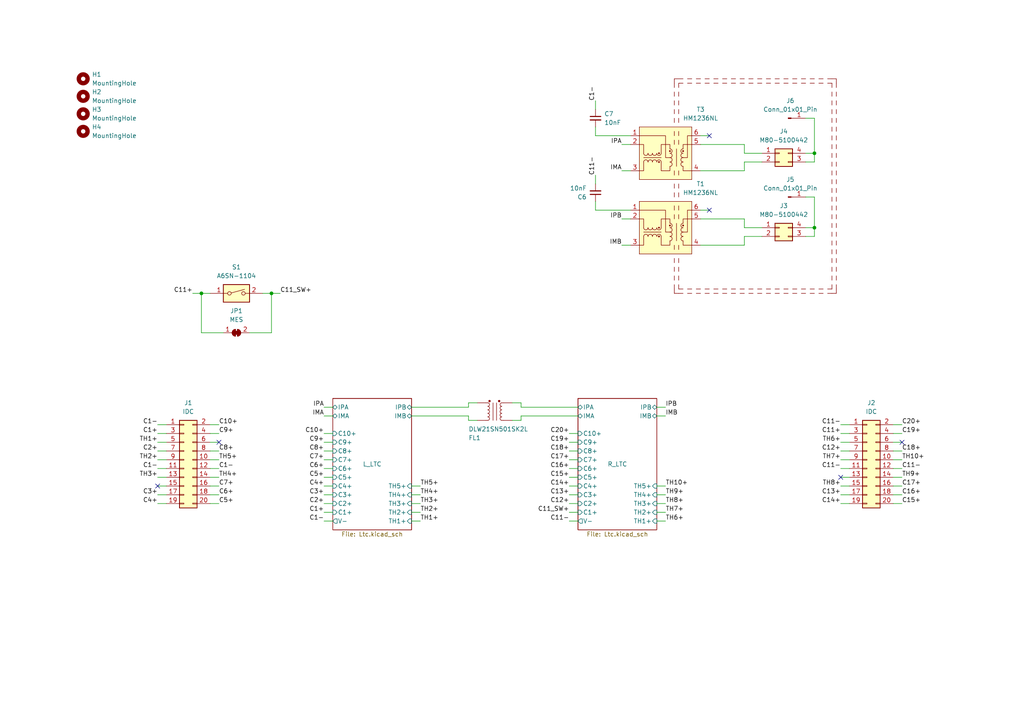
<source format=kicad_sch>
(kicad_sch (version 20230121) (generator eeschema)
  (paper "A4")
  (lib_symbols
    (symbol "Connector:Conn_01x01_Pin" (pin_names (offset 1.016) hide)
      (property "Reference" "J" (at 0 2.54 0))
      (property "Value" "Conn_01x01_Pin" (at 0 -2.54 0))
      (symbol "Conn_01x01_Pin_1_1"
        (polyline (pts (xy 1.27 0) (xy 0.8636 0)) (stroke (width 0.1524)))
        (rectangle (start 0.8636 0.127) (end 0 -0.127) (stroke (width 0.1524)) (fill (type outline)))
        (pin passive line (at 5.08 0 180) (length 3.81) (name "Pin_1") (number "1"))
      )
    )
    (symbol "Connector_Generic:Conn_02x10_Odd_Even" (pin_names (offset 1.016) hide)
      (property "Reference" "J" (at 1.27 12.7 0))
      (property "Value" "Conn_02x10_Odd_Even" (at 1.27 -15.24 0))
      (symbol "Conn_02x10_Odd_Even_1_1"
        (rectangle (start -1.27 -12.573) (end 0 -12.827) (stroke (width 0.1524)))
        (rectangle (start -1.27 -10.033) (end 0 -10.287) (stroke (width 0.1524)))
        (rectangle (start -1.27 -7.493) (end 0 -7.747) (stroke (width 0.1524)))
        (rectangle (start -1.27 -4.953) (end 0 -5.207) (stroke (width 0.1524)))
        (rectangle (start -1.27 -2.413) (end 0 -2.667) (stroke (width 0.1524)))
        (rectangle (start -1.27 0.127) (end 0 -0.127) (stroke (width 0.1524)))
        (rectangle (start -1.27 2.667) (end 0 2.413) (stroke (width 0.1524)))
        (rectangle (start -1.27 5.207) (end 0 4.953) (stroke (width 0.1524)))
        (rectangle (start -1.27 7.747) (end 0 7.493) (stroke (width 0.1524)))
        (rectangle (start -1.27 10.287) (end 0 10.033) (stroke (width 0.1524)))
        (rectangle (start -1.27 11.43) (end 3.81 -13.97) (stroke (width 0.254)) (fill (type background)))
        (rectangle (start 3.81 -12.573) (end 2.54 -12.827) (stroke (width 0.1524)))
        (rectangle (start 3.81 -10.033) (end 2.54 -10.287) (stroke (width 0.1524)))
        (rectangle (start 3.81 -7.493) (end 2.54 -7.747) (stroke (width 0.1524)))
        (rectangle (start 3.81 -4.953) (end 2.54 -5.207) (stroke (width 0.1524)))
        (rectangle (start 3.81 -2.413) (end 2.54 -2.667) (stroke (width 0.1524)))
        (rectangle (start 3.81 0.127) (end 2.54 -0.127) (stroke (width 0.1524)))
        (rectangle (start 3.81 2.667) (end 2.54 2.413) (stroke (width 0.1524)))
        (rectangle (start 3.81 5.207) (end 2.54 4.953) (stroke (width 0.1524)))
        (rectangle (start 3.81 7.747) (end 2.54 7.493) (stroke (width 0.1524)))
        (rectangle (start 3.81 10.287) (end 2.54 10.033) (stroke (width 0.1524)))
        (pin passive line (at -5.08 10.16 0) (length 3.81) (name "Pin_1") (number "1"))
        (pin passive line (at 7.62 0 180) (length 3.81) (name "Pin_10") (number "10"))
        (pin passive line (at -5.08 -2.54 0) (length 3.81) (name "Pin_11") (number "11"))
        (pin passive line (at 7.62 -2.54 180) (length 3.81) (name "Pin_12") (number "12"))
        (pin passive line (at -5.08 -5.08 0) (length 3.81) (name "Pin_13") (number "13"))
        (pin passive line (at 7.62 -5.08 180) (length 3.81) (name "Pin_14") (number "14"))
        (pin passive line (at -5.08 -7.62 0) (length 3.81) (name "Pin_15") (number "15"))
        (pin passive line (at 7.62 -7.62 180) (length 3.81) (name "Pin_16") (number "16"))
        (pin passive line (at -5.08 -10.16 0) (length 3.81) (name "Pin_17") (number "17"))
        (pin passive line (at 7.62 -10.16 180) (length 3.81) (name "Pin_18") (number "18"))
        (pin passive line (at -5.08 -12.7 0) (length 3.81) (name "Pin_19") (number "19"))
        (pin passive line (at 7.62 10.16 180) (length 3.81) (name "Pin_2") (number "2"))
        (pin passive line (at 7.62 -12.7 180) (length 3.81) (name "Pin_20") (number "20"))
        (pin passive line (at -5.08 7.62 0) (length 3.81) (name "Pin_3") (number "3"))
        (pin passive line (at 7.62 7.62 180) (length 3.81) (name "Pin_4") (number "4"))
        (pin passive line (at -5.08 5.08 0) (length 3.81) (name "Pin_5") (number "5"))
        (pin passive line (at 7.62 5.08 180) (length 3.81) (name "Pin_6") (number "6"))
        (pin passive line (at -5.08 2.54 0) (length 3.81) (name "Pin_7") (number "7"))
        (pin passive line (at 7.62 2.54 180) (length 3.81) (name "Pin_8") (number "8"))
        (pin passive line (at -5.08 0 0) (length 3.81) (name "Pin_9") (number "9"))
      )
    )
    (symbol "Device:C_Small" (pin_numbers hide) (pin_names (offset 0.254) hide)
      (property "Reference" "C" (at 0.254 1.778 0))
      (property "Value" "C_Small" (at 0.254 -2.032 0))
      (symbol "C_Small_0_1"
        (polyline (pts (xy -1.524 -0.508) (xy 1.524 -0.508)) (stroke (width 0.3302)))
        (polyline (pts (xy -1.524 0.508) (xy 1.524 0.508)) (stroke (width 0.3048)))
      )
      (symbol "C_Small_1_1"
        (pin passive line (at 0 2.54 270) (length 2.032) (name "~") (number "1"))
        (pin passive line (at 0 -2.54 90) (length 2.032) (name "~") (number "2"))
      )
    )
    (symbol "Jumper:SolderJumper_2_Bridged" (pin_names (offset 0) hide)
      (property "Reference" "JP" (at 0 2.032 0))
      (property "Value" "SolderJumper_2_Bridged" (at 0 -2.54 0))
      (symbol "SolderJumper_2_Bridged_0_1"
        (rectangle (start -0.508 0.508) (end 0.508 -0.508) (fill (type outline)))
        (arc (start -0.254 1.016) (mid -1.2656 0) (end -0.254 -1.016))
        (arc (start -0.254 1.016) (mid -1.2656 0) (end -0.254 -1.016) (fill (type outline)))
        (polyline (pts (xy -0.254 1.016) (xy -0.254 -1.016)))
        (polyline (pts (xy 0.254 1.016) (xy 0.254 -1.016)))
        (arc (start 0.254 -1.016) (mid 1.2656 0) (end 0.254 1.016))
        (arc (start 0.254 -1.016) (mid 1.2656 0) (end 0.254 1.016) (fill (type outline)))
      )
      (symbol "SolderJumper_2_Bridged_1_1"
        (pin passive line (at -3.81 0 0) (length 2.54) (name "A") (number "1"))
        (pin passive line (at 3.81 0 180) (length 2.54) (name "B") (number "2"))
      )
    )
    (symbol "M80-5100442_1" (pin_names (offset 0.762) hide)
      (property "Reference" "J3" (at 1.27 -7.62 0))
      (property "Value" "M80-5100442" (at 1.27 -5.08 0))
      (symbol "M80-5100442_1_1_1"
        (rectangle (start -1.27 -2.54) (end 3.81 2.54) (stroke (width 0.254)) (fill (type background)))
        (rectangle (start 0 -1.397) (end -1.27 -1.143) (stroke (width 0.1524)))
        (rectangle (start 0 1.143) (end -1.27 1.397) (stroke (width 0.1524)))
        (rectangle (start 2.54 -1.397) (end 3.81 -1.143) (stroke (width 0.1524)))
        (rectangle (start 2.54 1.143) (end 3.81 1.397) (stroke (width 0.1524)))
        (pin passive line (at 7.62 -1.27 180) (length 3.81) (name "Pin_1") (number "1"))
        (pin passive line (at 7.62 1.27 180) (length 3.81) (name "Pin_2") (number "2"))
        (pin passive line (at -5.08 1.27 0) (length 3.81) (name "Pin_3") (number "3"))
        (pin passive line (at -5.08 -1.27 0) (length 3.81) (name "Pin_4") (number "4"))
      )
    )
    (symbol "Mechanical:MountingHole" (pin_names (offset 1.016))
      (property "Reference" "H" (at 0 5.08 0))
      (property "Value" "MountingHole" (at 0 3.175 0))
      (symbol "MountingHole_0_1"
        (circle (center 0 0) (radius 1.27) (stroke (width 1.27)))
      )
    )
    (symbol "a6sn-1104:A6SN-1104" (pin_names (offset 0.762))
      (property "Reference" "S" (at 0 3.81 0))
      (property "Value" "A6SN-1104" (at 0 -3.81 0))
      (symbol "A6SN-1104_0_0"
        (circle (center -2.032 0) (radius 0.508))
        (polyline (pts (xy -1.524 0.127) (xy 2.3622 1.1684)))
        (circle (center 2.032 0) (radius 0.508))
      )
      (symbol "A6SN-1104_0_1"
        (rectangle (start -3.81 2.54) (end 3.81 -2.54) (stroke (width 0.254)) (fill (type background)))
      )
      (symbol "A6SN-1104_1_1"
        (pin passive line (at -7.62 0 0) (length 5.08) (name "~") (number "1"))
        (pin passive line (at 7.62 0 180) (length 5.08) (name "~") (number "2"))
      )
    )
    (symbol "dlw21sn501sk2l:DLW21SN501SK2L" (pin_numbers hide) (pin_names (offset 0.762) hide)
      (property "Reference" "FL1" (at 12.7 6.35 90))
      (property "Value" "DLW21SN501SK2L" (at 10.16 6.35 90))
      (symbol "DLW21SN501SK2L_0_1"
        (circle (center -3.048 -1.27) (radius 0.254) (fill (type outline)))
        (circle (center -3.048 1.524) (radius 0.254) (fill (type outline)))
        (arc (start -2.54 2.032) (mid -2.032 1.5262) (end -1.524 2.032))
        (arc (start -1.524 -2.032) (mid -2.032 -1.5262) (end -2.54 -2.032))
        (arc (start -1.524 2.032) (mid -1.016 1.5262) (end -0.508 2.032))
        (arc (start -0.508 -2.032) (mid -1.016 -1.5262) (end -1.524 -2.032))
        (arc (start -0.508 2.032) (mid 0 1.5262) (end 0.508 2.032))
        (polyline (pts (xy -2.54 -2.032) (xy -2.54 -2.54)))
        (polyline (pts (xy -2.54 0.508) (xy 2.54 0.508)))
        (polyline (pts (xy -2.54 2.032) (xy -2.54 2.54)))
        (polyline (pts (xy 2.54 -2.032) (xy 2.54 -2.54)))
        (polyline (pts (xy 2.54 -0.508) (xy -2.54 -0.508)))
        (polyline (pts (xy 2.54 2.54) (xy 2.54 2.032)))
        (arc (start 0.508 -2.032) (mid 0 -1.5262) (end -0.508 -2.032))
        (arc (start 0.508 2.032) (mid 1.016 1.5262) (end 1.524 2.032))
        (arc (start 1.524 -2.032) (mid 1.016 -1.5262) (end 0.508 -2.032))
        (arc (start 1.524 2.032) (mid 2.032 1.5262) (end 2.54 2.032))
        (arc (start 2.54 -2.032) (mid 2.032 -1.5262) (end 1.524 -2.032))
      )
      (symbol "DLW21SN501SK2L_1_1"
        (pin passive line (at -2.54 -5.08 90) (length 2.54) (name "1") (number "1"))
        (pin passive line (at 2.54 -5.08 90) (length 2.54) (name "2") (number "2"))
        (pin passive line (at 2.54 5.08 270) (length 2.54) (name "3") (number "3"))
        (pin passive line (at -2.54 5.08 270) (length 2.54) (name "4") (number "4"))
      )
    )
    (symbol "hm1236nl:HM1236NL" (pin_names (offset 0.762))
      (property "Reference" "T" (at 26.67 7.62 0))
      (property "Value" "HM1236NL" (at 26.67 5.08 0))
      (symbol "HM1236NL_1_1"
        (arc (start -6.35 0) (mid -5.715 -0.6323) (end -5.08 0))
        (arc (start -5.08 -2.54) (mid -5.715 -1.9077) (end -6.35 -2.54))
        (arc (start -5.08 0) (mid -4.445 -0.6323) (end -3.81 0))
        (arc (start -3.81 -2.54) (mid -4.445 -1.9077) (end -5.08 -2.54))
        (arc (start -3.81 0) (mid -3.175 -0.6323) (end -2.54 0))
        (arc (start -2.54 -2.54) (mid -3.175 -1.9077) (end -3.81 -2.54))
        (arc (start -2.54 0) (mid -1.905 -0.6323) (end -1.27 0))
        (circle (center -1.905 -2.54) (radius 0.1778) (fill (type outline)))
        (circle (center -1.905 0) (radius 0.1778) (fill (type outline)))
        (arc (start -1.27 -2.54) (mid -1.905 -1.9077) (end -2.54 -2.54))
        (polyline (pts (xy -6.35 -5.08) (xy -6.35 -5.08)))
        (polyline (pts (xy -1.27 -1.27) (xy -6.35 -1.27)))
        (polyline (pts (xy 2.54 -5.08) (xy 2.54 -6.35)))
        (polyline (pts (xy 2.54 3.81) (xy 2.54 2.54)))
        (polyline (pts (xy 2.54 6.35) (xy 2.54 5.08)))
        (polyline (pts (xy 3.175 1.27) (xy 3.175 -3.81)))
        (polyline (pts (xy 3.81 -5.08) (xy 3.81 -6.35)))
        (polyline (pts (xy 3.81 3.81) (xy 3.81 2.54)))
        (polyline (pts (xy 3.81 6.35) (xy 3.81 5.08)))
        (polyline (pts (xy -7.62 -5.08) (xy -6.35 -5.08) (xy -6.35 -2.54)))
        (polyline (pts (xy -6.35 0) (xy -6.35 2.54) (xy -7.62 2.54)))
        (polyline (pts (xy 5.08 -3.81) (xy 5.08 -5.08) (xy 7.62 -5.08)))
        (polyline (pts (xy 5.08 1.27) (xy 5.08 2.54) (xy 7.62 2.54)))
        (polyline (pts (xy -7.62 5.08) (xy 0 5.08) (xy 0 -1.27) (xy 1.27 -1.27)))
        (polyline (pts (xy 1.27 -3.81) (xy 1.27 -5.08) (xy -1.27 -5.08) (xy -1.27 -2.54)))
        (polyline (pts (xy 1.27 1.27) (xy 1.27 2.54) (xy -1.27 2.54) (xy -1.27 0)))
        (polyline (pts (xy 7.62 5.08) (xy 6.35 5.08) (xy 6.35 -1.27) (xy 5.08 -1.27)))
        (polyline (pts (xy -7.62 7.62) (xy 7.62 7.62) (xy 7.62 -7.62) (xy -7.62 -7.62) (xy -7.62 7.62)) (stroke (width 0.1524)) (fill (type background)))
        (arc (start 1.27 -3.81) (mid 1.9023 -3.175) (end 1.27 -2.54))
        (arc (start 1.27 -2.54) (mid 1.9023 -1.905) (end 1.27 -1.27))
        (arc (start 1.27 -1.27) (mid 1.9023 -0.635) (end 1.27 0))
        (arc (start 1.27 0) (mid 1.9023 0.635) (end 1.27 1.27))
        (circle (center 1.27 0.635) (radius 0.1778) (fill (type outline)))
        (arc (start 5.08 -2.54) (mid 4.4477 -3.175) (end 5.08 -3.81))
        (arc (start 5.08 -1.27) (mid 4.4477 -1.905) (end 5.08 -2.54))
        (arc (start 5.08 0) (mid 4.4477 -0.635) (end 5.08 -1.27))
        (circle (center 5.08 0.635) (radius 0.1778) (fill (type outline)))
        (arc (start 5.08 1.27) (mid 4.4477 0.635) (end 5.08 0))
        (pin input line (at -10.16 5.08 0) (length 2.54) (name "~") (number "1"))
        (pin input line (at -10.16 2.54 0) (length 2.54) (name "~") (number "2"))
        (pin input line (at -10.16 -5.08 0) (length 2.54) (name "~") (number "3"))
        (pin input line (at 10.16 -5.08 180) (length 2.54) (name "~") (number "4"))
        (pin input line (at 10.16 2.54 180) (length 2.54) (name "~") (number "5"))
        (pin input line (at 10.16 5.08 180) (length 2.54) (name "~") (number "6"))
      )
    )
    (symbol "m80-5100442:M80-5100442" (pin_names (offset 0.762) hide)
      (property "Reference" "J4" (at 1.27 -7.62 0))
      (property "Value" "M80-5100442" (at 1.27 -5.08 0))
      (symbol "M80-5100442_1_1"
        (rectangle (start -1.27 -2.54) (end 3.81 2.54) (stroke (width 0.254)) (fill (type background)))
        (rectangle (start 0 -1.397) (end -1.27 -1.143) (stroke (width 0.1524)))
        (rectangle (start 0 1.143) (end -1.27 1.397) (stroke (width 0.1524)))
        (rectangle (start 2.54 -1.397) (end 3.81 -1.143) (stroke (width 0.1524)))
        (rectangle (start 2.54 1.143) (end 3.81 1.397) (stroke (width 0.1524)))
        (pin passive line (at 7.62 -1.27 180) (length 3.81) (name "Pin_1") (number "1"))
        (pin passive line (at 7.62 1.27 180) (length 3.81) (name "Pin_2") (number "2"))
        (pin passive line (at -5.08 1.27 0) (length 3.81) (name "Pin_3") (number "3"))
        (pin passive line (at -5.08 -1.27 0) (length 3.81) (name "Pin_4") (number "4"))
      )
    )
  )
  (junction (at 236.22 66.04))
  (junction (at 236.22 44.45))
  (junction (at 58.42 85.09))
  (junction (at 78.74 85.09))
  (no_connect (at 45.72 140.97))
  (no_connect (at 205.74 39.37))
  (no_connect (at 243.84 138.43))
  (no_connect (at 205.74 60.96))
  (no_connect (at 261.62 128.27))
  (no_connect (at 63.5 128.27))
  (wire (pts (xy 172.72 29.21) (xy 172.72 31.75)))
  (polyline (pts (xy 242.57 34.29) (xy 242.57 35.56)) (stroke (width 0) (color 132 0 0 1)))
  (polyline (pts (xy 241.3 62.23) (xy 241.3 63.5)) (stroke (width 0) (color 132 0 0 1)))
  (polyline (pts (xy 234.95 24.13) (xy 236.22 24.13)) (stroke (width 0) (color 132 0 0 1)))
  (polyline (pts (xy 224.79 24.13) (xy 226.06 24.13)) (stroke (width 0) (color 132 0 0 1)))
  (polyline (pts (xy 201.93 85.09) (xy 203.2 85.09)) (stroke (width 0) (color 132 0 0 1)))
  (polyline (pts (xy 195.58 26.67) (xy 195.58 27.94)) (stroke (width 0) (color 132 0 0 1)))
  (polyline (pts (xy 196.85 80.01) (xy 196.85 81.28)) (stroke (width 0) (color 132 0 0 1)))
  (polyline (pts (xy 242.57 52.07) (xy 242.57 53.34)) (stroke (width 0) (color 132 0 0 1)))
  (wire (pts (xy 165.1 128.27) (xy 167.64 128.27)))
  (wire (pts (xy 148.59 121.92) (xy 151.13 121.92)))
  (polyline (pts (xy 209.55 24.13) (xy 210.82 24.13)) (stroke (width 0) (color 132 0 0 1)))
  (wire (pts (xy 243.84 135.89) (xy 246.38 135.89)))
  (polyline (pts (xy 199.39 83.82) (xy 200.66 83.82)) (stroke (width 0) (color 132 0 0 1)))
  (wire (pts (xy 60.96 133.35) (xy 63.5 133.35)))
  (polyline (pts (xy 241.3 41.91) (xy 241.3 43.18)) (stroke (width 0) (color 132 0 0 1)))
  (polyline (pts (xy 240.03 83.82) (xy 241.3 83.82)) (stroke (width 0) (color 132 0 0 1)))
  (polyline (pts (xy 241.3 52.07) (xy 241.3 53.34)) (stroke (width 0) (color 132 0 0 1)))
  (wire (pts (xy 259.08 138.43) (xy 261.62 138.43)))
  (wire (pts (xy 45.72 135.89) (xy 48.26 135.89)))
  (wire (pts (xy 45.72 123.19) (xy 48.26 123.19)))
  (polyline (pts (xy 241.3 59.69) (xy 241.3 60.96)) (stroke (width 0) (color 132 0 0 1)))
  (wire (pts (xy 135.89 120.65) (xy 135.89 121.92)))
  (polyline (pts (xy 242.57 62.23) (xy 242.57 63.5)) (stroke (width 0) (color 132 0 0 1)))
  (polyline (pts (xy 195.58 31.75) (xy 195.58 33.02)) (stroke (width 0) (color 132 0 0 1)))
  (wire (pts (xy 45.72 128.27) (xy 48.26 128.27)))
  (wire (pts (xy 93.98 138.43) (xy 96.52 138.43)))
  (polyline (pts (xy 196.85 24.13) (xy 196.85 25.4)) (stroke (width 0) (color 132 0 0 1)))
  (polyline (pts (xy 198.12 85.09) (xy 196.85 85.09)) (stroke (width 0) (color 132 0 0 1)))
  (polyline (pts (xy 229.87 22.86) (xy 231.14 22.86)) (stroke (width 0) (color 132 0 0 1)))
  (polyline (pts (xy 207.01 85.09) (xy 208.28 85.09)) (stroke (width 0) (color 132 0 0 1)))
  (wire (pts (xy 243.84 140.97) (xy 246.38 140.97)))
  (wire (pts (xy 93.98 125.73) (xy 96.52 125.73)))
  (polyline (pts (xy 241.3 34.29) (xy 241.3 35.56)) (stroke (width 0) (color 132 0 0 1)))
  (wire (pts (xy 45.72 125.73) (xy 48.26 125.73)))
  (wire (pts (xy 203.2 71.12) (xy 215.9 71.12)))
  (polyline (pts (xy 201.93 22.86) (xy 203.2 22.86)) (stroke (width 0) (color 132 0 0 1)))
  (wire (pts (xy 243.84 133.35) (xy 246.38 133.35)))
  (wire (pts (xy 93.98 130.81) (xy 96.52 130.81)))
  (wire (pts (xy 243.84 128.27) (xy 246.38 128.27)))
  (wire (pts (xy 165.1 130.81) (xy 167.64 130.81)))
  (wire (pts (xy 215.9 63.5) (xy 203.2 63.5)))
  (polyline (pts (xy 242.57 36.83) (xy 242.57 38.1)) (stroke (width 0) (color 132 0 0 1)))
  (polyline (pts (xy 214.63 24.13) (xy 215.9 24.13)) (stroke (width 0) (color 132 0 0 1)))
  (wire (pts (xy 78.74 85.09) (xy 81.28 85.09)))
  (polyline (pts (xy 224.79 22.86) (xy 226.06 22.86)) (stroke (width 0) (color 132 0 0 1)))
  (wire (pts (xy 215.9 49.53) (xy 215.9 46.99)))
  (wire (pts (xy 259.08 125.73) (xy 261.62 125.73)))
  (wire (pts (xy 78.74 85.09) (xy 78.74 96.52)))
  (wire (pts (xy 215.9 71.12) (xy 215.9 68.58)))
  (wire (pts (xy 233.68 44.45) (xy 236.22 44.45)))
  (wire (pts (xy 233.68 66.04) (xy 236.22 66.04)))
  (wire (pts (xy 151.13 120.65) (xy 167.64 120.65)))
  (wire (pts (xy 190.5 140.97) (xy 193.04 140.97)))
  (wire (pts (xy 180.34 71.12) (xy 182.88 71.12)))
  (wire (pts (xy 45.72 133.35) (xy 48.26 133.35)))
  (polyline (pts (xy 241.3 80.01) (xy 241.3 81.28)) (stroke (width 0) (color 132 0 0 1)))
  (wire (pts (xy 93.98 135.89) (xy 96.52 135.89)))
  (polyline (pts (xy 207.01 24.13) (xy 208.28 24.13)) (stroke (width 0) (color 132 0 0 1)))
  (wire (pts (xy 93.98 118.11) (xy 96.52 118.11)))
  (wire (pts (xy 172.72 39.37) (xy 182.88 39.37)))
  (wire (pts (xy 180.34 41.91) (xy 182.88 41.91)))
  (polyline (pts (xy 199.39 24.13) (xy 200.66 24.13)) (stroke (width 0) (color 132 0 0 1)))
  (wire (pts (xy 215.9 66.04) (xy 215.9 63.5)))
  (wire (pts (xy 243.84 125.73) (xy 246.38 125.73)))
  (polyline (pts (xy 204.47 22.86) (xy 205.74 22.86)) (stroke (width 0) (color 132 0 0 1)))
  (wire (pts (xy 259.08 128.27) (xy 261.62 128.27)))
  (polyline (pts (xy 196.85 74.93) (xy 196.85 76.2)) (stroke (width 0) (color 132 0 0 1)))
  (polyline (pts (xy 195.58 34.29) (xy 195.58 35.56)) (stroke (width 0) (color 132 0 0 1)))
  (wire (pts (xy 60.96 125.73) (xy 63.5 125.73)))
  (polyline (pts (xy 196.85 24.13) (xy 198.12 24.13)) (stroke (width 0) (color 132 0 0 1)))
  (wire (pts (xy 165.1 125.73) (xy 167.64 125.73)))
  (polyline (pts (xy 212.09 83.82) (xy 213.36 83.82)) (stroke (width 0) (color 132 0 0 1)))
  (polyline (pts (xy 242.57 46.99) (xy 242.57 48.26)) (stroke (width 0) (color 132 0 0 1)))
  (wire (pts (xy 236.22 68.58) (xy 236.22 66.04)))
  (wire (pts (xy 190.5 151.13) (xy 193.04 151.13)))
  (polyline (pts (xy 201.93 24.13) (xy 203.2 24.13)) (stroke (width 0) (color 132 0 0 1)))
  (polyline (pts (xy 242.57 64.77) (xy 242.57 66.04)) (stroke (width 0) (color 132 0 0 1)))
  (polyline (pts (xy 240.03 24.13) (xy 241.3 24.13)) (stroke (width 0) (color 132 0 0 1)))
  (polyline (pts (xy 222.25 85.09) (xy 223.52 85.09)) (stroke (width 0) (color 132 0 0 1)))
  (wire (pts (xy 165.1 143.51) (xy 167.64 143.51)))
  (polyline (pts (xy 219.71 83.82) (xy 220.98 83.82)) (stroke (width 0) (color 132 0 0 1)))
  (polyline (pts (xy 232.41 85.09) (xy 233.68 85.09)) (stroke (width 0) (color 132 0 0 1)))
  (polyline (pts (xy 217.17 83.82) (xy 218.44 83.82)) (stroke (width 0) (color 132 0 0 1)))
  (polyline (pts (xy 241.3 39.37) (xy 241.3 40.64)) (stroke (width 0) (color 132 0 0 1)))
  (polyline (pts (xy 242.57 41.91) (xy 242.57 43.18)) (stroke (width 0) (color 132 0 0 1)))
  (wire (pts (xy 93.98 151.13) (xy 96.52 151.13)))
  (polyline (pts (xy 209.55 85.09) (xy 210.82 85.09)) (stroke (width 0) (color 132 0 0 1)))
  (polyline (pts (xy 227.33 83.82) (xy 228.6 83.82)) (stroke (width 0) (color 132 0 0 1)))
  (polyline (pts (xy 214.63 83.82) (xy 215.9 83.82)) (stroke (width 0) (color 132 0 0 1)))
  (polyline (pts (xy 241.3 49.53) (xy 241.3 50.8)) (stroke (width 0) (color 132 0 0 1)))
  (wire (pts (xy 60.96 135.89) (xy 63.5 135.89)))
  (polyline (pts (xy 242.57 80.01) (xy 242.57 81.28)) (stroke (width 0) (color 132 0 0 1)))
  (polyline (pts (xy 222.25 22.86) (xy 223.52 22.86)) (stroke (width 0) (color 132 0 0 1)))
  (polyline (pts (xy 204.47 24.13) (xy 205.74 24.13)) (stroke (width 0) (color 132 0 0 1)))
  (wire (pts (xy 233.68 68.58) (xy 236.22 68.58)))
  (polyline (pts (xy 209.55 22.86) (xy 210.82 22.86)) (stroke (width 0) (color 132 0 0 1)))
  (polyline (pts (xy 222.25 83.82) (xy 223.52 83.82)) (stroke (width 0) (color 132 0 0 1)))
  (wire (pts (xy 60.96 140.97) (xy 63.5 140.97)))
  (wire (pts (xy 215.9 66.04) (xy 220.98 66.04)))
  (polyline (pts (xy 241.3 85.09) (xy 240.03 85.09)) (stroke (width 0) (color 132 0 0 1)))
  (wire (pts (xy 259.08 123.19) (xy 261.62 123.19)))
  (polyline (pts (xy 195.58 83.82) (xy 195.58 82.55)) (stroke (width 0) (color 132 0 0 1)))
  (polyline (pts (xy 232.41 24.13) (xy 233.68 24.13)) (stroke (width 0) (color 132 0 0 1)))
  (polyline (pts (xy 242.57 69.85) (xy 242.57 71.12)) (stroke (width 0) (color 132 0 0 1)))
  (polyline (pts (xy 196.85 82.55) (xy 196.85 83.82)) (stroke (width 0) (color 132 0 0 1)))
  (polyline (pts (xy 232.41 83.82) (xy 233.68 83.82)) (stroke (width 0) (color 132 0 0 1)))
  (wire (pts (xy 76.2 85.09) (xy 78.74 85.09)))
  (polyline (pts (xy 237.49 83.82) (xy 238.76 83.82)) (stroke (width 0) (color 132 0 0 1)))
  (polyline (pts (xy 195.58 80.01) (xy 195.58 81.28)) (stroke (width 0) (color 132 0 0 1)))
  (polyline (pts (xy 214.63 85.09) (xy 215.9 85.09)) (stroke (width 0) (color 132 0 0 1)))
  (polyline (pts (xy 195.58 74.93) (xy 195.58 76.2)) (stroke (width 0) (color 132 0 0 1)))
  (polyline (pts (xy 212.09 85.09) (xy 213.36 85.09)) (stroke (width 0) (color 132 0 0 1)))
  (polyline (pts (xy 241.3 67.31) (xy 241.3 68.58)) (stroke (width 0) (color 132 0 0 1)))
  (polyline (pts (xy 224.79 83.82) (xy 226.06 83.82)) (stroke (width 0) (color 132 0 0 1)))
  (polyline (pts (xy 196.85 29.21) (xy 196.85 30.48)) (stroke (width 0) (color 132 0 0 1)))
  (wire (pts (xy 243.84 146.05) (xy 246.38 146.05)))
  (wire (pts (xy 60.96 143.51) (xy 63.5 143.51)))
  (wire (pts (xy 151.13 116.84) (xy 151.13 118.11)))
  (wire (pts (xy 55.88 85.09) (xy 58.42 85.09)))
  (wire (pts (xy 243.84 123.19) (xy 246.38 123.19)))
  (polyline (pts (xy 222.25 24.13) (xy 223.52 24.13)) (stroke (width 0) (color 132 0 0 1)))
  (polyline (pts (xy 242.57 85.09) (xy 241.3 85.09)) (stroke (width 0) (color 132 0 0 1)))
  (wire (pts (xy 259.08 140.97) (xy 261.62 140.97)))
  (polyline (pts (xy 241.3 72.39) (xy 241.3 73.66)) (stroke (width 0) (color 132 0 0 1)))
  (wire (pts (xy 93.98 120.65) (xy 96.52 120.65)))
  (polyline (pts (xy 237.49 22.86) (xy 238.76 22.86)) (stroke (width 0) (color 132 0 0 1)))
  (polyline (pts (xy 209.55 83.82) (xy 210.82 83.82)) (stroke (width 0) (color 132 0 0 1)))
  (wire (pts (xy 93.98 148.59) (xy 96.52 148.59)))
  (wire (pts (xy 119.38 118.11) (xy 135.89 118.11)))
  (wire (pts (xy 45.72 146.05) (xy 48.26 146.05)))
  (polyline (pts (xy 242.57 26.67) (xy 242.57 27.94)) (stroke (width 0) (color 132 0 0 1)))
  (wire (pts (xy 259.08 143.51) (xy 261.62 143.51)))
  (polyline (pts (xy 195.58 29.21) (xy 195.58 30.48)) (stroke (width 0) (color 132 0 0 1)))
  (polyline (pts (xy 217.17 22.86) (xy 218.44 22.86)) (stroke (width 0) (color 132 0 0 1)))
  (polyline (pts (xy 229.87 24.13) (xy 231.14 24.13)) (stroke (width 0) (color 132 0 0 1)))
  (wire (pts (xy 148.59 116.84) (xy 151.13 116.84)))
  (wire (pts (xy 119.38 148.59) (xy 121.92 148.59)))
  (polyline (pts (xy 241.3 64.77) (xy 241.3 66.04)) (stroke (width 0) (color 132 0 0 1)))
  (wire (pts (xy 190.5 148.59) (xy 193.04 148.59)))
  (wire (pts (xy 190.5 146.05) (xy 193.04 146.05)))
  (wire (pts (xy 165.1 146.05) (xy 167.64 146.05)))
  (polyline (pts (xy 242.57 72.39) (xy 242.57 73.66)) (stroke (width 0) (color 132 0 0 1)))
  (wire (pts (xy 119.38 151.13) (xy 121.92 151.13)))
  (wire (pts (xy 45.72 140.97) (xy 48.26 140.97)))
  (polyline (pts (xy 242.57 24.13) (xy 242.57 25.4)) (stroke (width 0) (color 132 0 0 1)))
  (polyline (pts (xy 242.57 39.37) (xy 242.57 40.64)) (stroke (width 0) (color 132 0 0 1)))
  (polyline (pts (xy 195.58 24.13) (xy 195.58 22.86)) (stroke (width 0) (color 132 0 0 1)))
  (polyline (pts (xy 224.79 85.09) (xy 226.06 85.09)) (stroke (width 0) (color 132 0 0 1)))
  (wire (pts (xy 45.72 130.81) (xy 48.26 130.81)))
  (polyline (pts (xy 219.71 24.13) (xy 220.98 24.13)) (stroke (width 0) (color 132 0 0 1)))
  (wire (pts (xy 60.96 138.43) (xy 63.5 138.43)))
  (wire (pts (xy 135.89 116.84) (xy 138.43 116.84)))
  (wire (pts (xy 135.89 118.11) (xy 135.89 116.84)))
  (polyline (pts (xy 195.58 22.86) (xy 198.12 22.86)) (stroke (width 0) (color 132 0 0 1)))
  (wire (pts (xy 243.84 143.51) (xy 246.38 143.51)))
  (polyline (pts (xy 227.33 24.13) (xy 228.6 24.13)) (stroke (width 0) (color 132 0 0 1)))
  (wire (pts (xy 236.22 34.29) (xy 236.22 44.45)))
  (polyline (pts (xy 199.39 85.09) (xy 200.66 85.09)) (stroke (width 0) (color 132 0 0 1)))
  (polyline (pts (xy 196.85 83.82) (xy 198.12 83.82)) (stroke (width 0) (color 132 0 0 1)))
  (wire (pts (xy 259.08 130.81) (xy 261.62 130.81)))
  (wire (pts (xy 215.9 68.58) (xy 220.98 68.58)))
  (polyline (pts (xy 212.09 22.86) (xy 213.36 22.86)) (stroke (width 0) (color 132 0 0 1)))
  (wire (pts (xy 259.08 146.05) (xy 261.62 146.05)))
  (wire (pts (xy 93.98 146.05) (xy 96.52 146.05)))
  (polyline (pts (xy 229.87 83.82) (xy 231.14 83.82)) (stroke (width 0) (color 132 0 0 1)))
  (polyline (pts (xy 196.85 77.47) (xy 196.85 78.74)) (stroke (width 0) (color 132 0 0 1)))
  (polyline (pts (xy 196.85 31.75) (xy 196.85 33.02)) (stroke (width 0) (color 132 0 0 1)))
  (wire (pts (xy 215.9 44.45) (xy 220.98 44.45)))
  (polyline (pts (xy 217.17 85.09) (xy 218.44 85.09)) (stroke (width 0) (color 132 0 0 1)))
  (polyline (pts (xy 242.57 49.53) (xy 242.57 50.8)) (stroke (width 0) (color 132 0 0 1)))
  (polyline (pts (xy 234.95 85.09) (xy 236.22 85.09)) (stroke (width 0) (color 132 0 0 1)))
  (polyline (pts (xy 219.71 85.09) (xy 220.98 85.09)) (stroke (width 0) (color 132 0 0 1)))
  (polyline (pts (xy 241.3 82.55) (xy 241.3 83.82)) (stroke (width 0) (color 132 0 0 1)))
  (wire (pts (xy 60.96 128.27) (xy 63.5 128.27)))
  (wire (pts (xy 60.96 123.19) (xy 63.5 123.19)))
  (wire (pts (xy 165.1 133.35) (xy 167.64 133.35)))
  (polyline (pts (xy 241.3 22.86) (xy 242.57 22.86)) (stroke (width 0) (color 132 0 0 1)))
  (polyline (pts (xy 241.3 24.13) (xy 241.3 25.4)) (stroke (width 0) (color 132 0 0 1)))
  (polyline (pts (xy 242.57 83.82) (xy 242.57 85.09)) (stroke (width 0) (color 132 0 0 1)))
  (polyline (pts (xy 195.58 53.34) (xy 195.58 54.61)) (stroke (width 0) (color 132 0 0 1)))
  (polyline (pts (xy 242.57 22.86) (xy 242.57 24.13)) (stroke (width 0) (color 132 0 0 1)))
  (polyline (pts (xy 241.3 57.15) (xy 241.3 58.42)) (stroke (width 0) (color 132 0 0 1)))
  (polyline (pts (xy 227.33 85.09) (xy 228.6 85.09)) (stroke (width 0) (color 132 0 0 1)))
  (wire (pts (xy 243.84 138.43) (xy 246.38 138.43)))
  (wire (pts (xy 190.5 120.65) (xy 193.04 120.65)))
  (polyline (pts (xy 195.58 55.88) (xy 195.58 57.15)) (stroke (width 0) (color 132 0 0 1)))
  (wire (pts (xy 58.42 85.09) (xy 58.42 96.52)))
  (wire (pts (xy 180.34 63.5) (xy 182.88 63.5)))
  (polyline (pts (xy 207.01 83.82) (xy 208.28 83.82)) (stroke (width 0) (color 132 0 0 1)))
  (wire (pts (xy 233.68 46.99) (xy 236.22 46.99)))
  (polyline (pts (xy 242.57 77.47) (xy 242.57 78.74)) (stroke (width 0) (color 132 0 0 1)))
  (polyline (pts (xy 204.47 83.82) (xy 205.74 83.82)) (stroke (width 0) (color 132 0 0 1)))
  (wire (pts (xy 78.74 96.52) (xy 72.39 96.52)))
  (wire (pts (xy 172.72 36.83) (xy 172.72 39.37)))
  (wire (pts (xy 165.1 135.89) (xy 167.64 135.89)))
  (polyline (pts (xy 229.87 85.09) (xy 231.14 85.09)) (stroke (width 0) (color 132 0 0 1)))
  (polyline (pts (xy 196.85 55.88) (xy 196.85 57.15)) (stroke (width 0) (color 132 0 0 1)))
  (wire (pts (xy 259.08 133.35) (xy 261.62 133.35)))
  (polyline (pts (xy 241.3 26.67) (xy 241.3 27.94)) (stroke (width 0) (color 132 0 0 1)))
  (polyline (pts (xy 242.57 31.75) (xy 242.57 33.02)) (stroke (width 0) (color 132 0 0 1)))
  (wire (pts (xy 233.68 57.15) (xy 236.22 57.15)))
  (wire (pts (xy 190.5 143.51) (xy 193.04 143.51)))
  (polyline (pts (xy 196.85 26.67) (xy 196.85 27.94)) (stroke (width 0) (color 132 0 0 1)))
  (polyline (pts (xy 241.3 29.21) (xy 241.3 30.48)) (stroke (width 0) (color 132 0 0 1)))
  (wire (pts (xy 119.38 120.65) (xy 135.89 120.65)))
  (polyline (pts (xy 204.47 85.09) (xy 205.74 85.09)) (stroke (width 0) (color 132 0 0 1)))
  (wire (pts (xy 45.72 143.51) (xy 48.26 143.51)))
  (wire (pts (xy 165.1 151.13) (xy 167.64 151.13)))
  (polyline (pts (xy 241.3 54.61) (xy 241.3 55.88)) (stroke (width 0) (color 132 0 0 1)))
  (polyline (pts (xy 241.3 77.47) (xy 241.3 78.74)) (stroke (width 0) (color 132 0 0 1)))
  (polyline (pts (xy 196.85 53.34) (xy 196.85 54.61)) (stroke (width 0) (color 132 0 0 1)))
  (polyline (pts (xy 196.85 34.29) (xy 196.85 35.56)) (stroke (width 0) (color 132 0 0 1)))
  (wire (pts (xy 119.38 140.97) (xy 121.92 140.97)))
  (polyline (pts (xy 219.71 22.86) (xy 220.98 22.86)) (stroke (width 0) (color 132 0 0 1)))
  (wire (pts (xy 236.22 44.45) (xy 236.22 46.99)))
  (wire (pts (xy 172.72 53.34) (xy 172.72 50.8)))
  (wire (pts (xy 243.84 130.81) (xy 246.38 130.81)))
  (wire (pts (xy 151.13 120.65) (xy 151.13 121.92)))
  (wire (pts (xy 203.2 39.37) (xy 205.74 39.37)))
  (wire (pts (xy 167.64 118.11) (xy 151.13 118.11)))
  (polyline (pts (xy 241.3 31.75) (xy 241.3 33.02)) (stroke (width 0) (color 132 0 0 1)))
  (wire (pts (xy 119.38 146.05) (xy 121.92 146.05)))
  (polyline (pts (xy 237.49 24.13) (xy 238.76 24.13)) (stroke (width 0) (color 132 0 0 1)))
  (wire (pts (xy 45.72 138.43) (xy 48.26 138.43)))
  (polyline (pts (xy 241.3 69.85) (xy 241.3 71.12)) (stroke (width 0) (color 132 0 0 1)))
  (polyline (pts (xy 241.3 46.99) (xy 241.3 48.26)) (stroke (width 0) (color 132 0 0 1)))
  (wire (pts (xy 215.9 41.91) (xy 215.9 44.45)))
  (polyline (pts (xy 232.41 22.86) (xy 233.68 22.86)) (stroke (width 0) (color 132 0 0 1)))
  (polyline (pts (xy 207.01 22.86) (xy 208.28 22.86)) (stroke (width 0) (color 132 0 0 1)))
  (wire (pts (xy 165.1 138.43) (xy 167.64 138.43)))
  (wire (pts (xy 60.96 130.81) (xy 63.5 130.81)))
  (wire (pts (xy 203.2 49.53) (xy 215.9 49.53)))
  (wire (pts (xy 203.2 41.91) (xy 215.9 41.91)))
  (polyline (pts (xy 217.17 24.13) (xy 218.44 24.13)) (stroke (width 0) (color 132 0 0 1)))
  (wire (pts (xy 172.72 60.96) (xy 182.88 60.96)))
  (polyline (pts (xy 195.58 24.13) (xy 195.58 25.4)) (stroke (width 0) (color 132 0 0 1)))
  (polyline (pts (xy 241.3 44.45) (xy 241.3 45.72)) (stroke (width 0) (color 132 0 0 1)))
  (wire (pts (xy 60.96 146.05) (xy 63.5 146.05)))
  (polyline (pts (xy 241.3 74.93) (xy 241.3 76.2)) (stroke (width 0) (color 132 0 0 1)))
  (wire (pts (xy 172.72 58.42) (xy 172.72 60.96)))
  (wire (pts (xy 259.08 135.89) (xy 261.62 135.89)))
  (wire (pts (xy 93.98 140.97) (xy 96.52 140.97)))
  (polyline (pts (xy 195.58 77.47) (xy 195.58 78.74)) (stroke (width 0) (color 132 0 0 1)))
  (wire (pts (xy 180.34 49.53) (xy 182.88 49.53)))
  (wire (pts (xy 203.2 60.96) (xy 205.74 60.96)))
  (polyline (pts (xy 199.39 22.86) (xy 200.66 22.86)) (stroke (width 0) (color 132 0 0 1)))
  (wire (pts (xy 138.43 121.92) (xy 135.89 121.92)))
  (polyline (pts (xy 242.57 54.61) (xy 242.57 55.88)) (stroke (width 0) (color 132 0 0 1)))
  (polyline (pts (xy 242.57 57.15) (xy 242.57 58.42)) (stroke (width 0) (color 132 0 0 1)))
  (polyline (pts (xy 242.57 29.21) (xy 242.57 30.48)) (stroke (width 0) (color 132 0 0 1)))
  (polyline (pts (xy 237.49 85.09) (xy 238.76 85.09)) (stroke (width 0) (color 132 0 0 1)))
  (polyline (pts (xy 227.33 22.86) (xy 228.6 22.86)) (stroke (width 0) (color 132 0 0 1)))
  (polyline (pts (xy 196.85 85.09) (xy 195.58 85.09)) (stroke (width 0) (color 132 0 0 1)))
  (wire (pts (xy 236.22 57.15) (xy 236.22 66.04)))
  (polyline (pts (xy 241.3 36.83) (xy 241.3 38.1)) (stroke (width 0) (color 132 0 0 1)))
  (polyline (pts (xy 242.57 67.31) (xy 242.57 68.58)) (stroke (width 0) (color 132 0 0 1)))
  (polyline (pts (xy 234.95 83.82) (xy 236.22 83.82)) (stroke (width 0) (color 132 0 0 1)))
  (polyline (pts (xy 201.93 83.82) (xy 203.2 83.82)) (stroke (width 0) (color 132 0 0 1)))
  (wire (pts (xy 93.98 143.51) (xy 96.52 143.51)))
  (wire (pts (xy 190.5 118.11) (xy 193.04 118.11)))
  (wire (pts (xy 165.1 148.59) (xy 167.64 148.59)))
  (wire (pts (xy 119.38 143.51) (xy 121.92 143.51)))
  (wire (pts (xy 58.42 96.52) (xy 64.77 96.52)))
  (polyline (pts (xy 240.03 22.86) (xy 241.3 22.86)) (stroke (width 0) (color 132 0 0 1)))
  (polyline (pts (xy 214.63 22.86) (xy 215.9 22.86)) (stroke (width 0) (color 132 0 0 1)))
  (polyline (pts (xy 242.57 59.69) (xy 242.57 60.96)) (stroke (width 0) (color 132 0 0 1)))
  (polyline (pts (xy 242.57 44.45) (xy 242.57 45.72)) (stroke (width 0) (color 132 0 0 1)))
  (polyline (pts (xy 212.09 24.13) (xy 213.36 24.13)) (stroke (width 0) (color 132 0 0 1)))
  (polyline (pts (xy 195.58 85.09) (xy 195.58 83.82)) (stroke (width 0) (color 132 0 0 1)))
  (polyline (pts (xy 242.57 74.93) (xy 242.57 76.2)) (stroke (width 0) (color 132 0 0 1)))
  (wire (pts (xy 233.68 34.29) (xy 236.22 34.29)))
  (wire (pts (xy 165.1 140.97) (xy 167.64 140.97)))
  (wire (pts (xy 93.98 128.27) (xy 96.52 128.27)))
  (wire (pts (xy 93.98 133.35) (xy 96.52 133.35)))
  (polyline (pts (xy 242.57 82.55) (xy 242.57 83.82)) (stroke (width 0) (color 132 0 0 1)))
  (wire (pts (xy 58.42 85.09) (xy 60.96 85.09)))
  (wire (pts (xy 215.9 46.99) (xy 220.98 46.99)))
  (polyline (pts (xy 234.95 22.86) (xy 236.22 22.86)) (stroke (width 0) (color 132 0 0 1)))
  (label "TH10+" (at 193.04 140.97 0))
  (label "TH1+" (at 45.72 128.27 180))
  (label "C5+" (at 63.5 146.05 0))
  (label "TH2+" (at 45.72 133.35 180))
  (label "C14+" (at 165.1 140.97 180))
  (label "C2+" (at 45.72 130.81 180))
  (label "TH7+" (at 193.04 148.59 0))
  (label "TH2+" (at 121.92 148.59 0))
  (label "C3+" (at 93.98 143.51 180))
  (label "TH8+" (at 193.04 146.05 0))
  (label "C11-" (at 243.84 135.89 180))
  (label "TH4+" (at 63.5 138.43 0))
  (label "C4+" (at 45.72 146.05 180))
  (label "C15+" (at 261.62 146.05 0))
  (label "TH9+" (at 261.62 138.43 0))
  (label "TH8+" (at 243.84 140.97 180))
  (label "C11+" (at 55.88 85.09 180))
  (label "C7+" (at 63.5 140.97 0))
  (label "C2+" (at 93.98 146.05 180))
  (label "C13+" (at 165.1 143.51 180))
  (label "IMA" (at 180.34 49.53 180))
  (label "C1-" (at 45.72 135.89 180))
  (label "C1-" (at 45.72 123.19 180))
  (label "C18+" (at 261.62 130.81 0))
  (label "C15+" (at 165.1 138.43 180))
  (label "C19+" (at 165.1 128.27 180))
  (label "C17+" (at 165.1 133.35 180))
  (label "C9+" (at 63.5 125.73 0))
  (label "TH5+" (at 121.92 140.97 0))
  (label "C3+" (at 45.72 143.51 180))
  (label "C1-" (at 172.72 29.21 90))
  (label "C10+" (at 63.5 123.19 0))
  (label "C1-" (at 63.5 135.89 0))
  (label "C11-" (at 261.62 135.89 0))
  (label "IPB" (at 193.04 118.11 0))
  (label "C11_SW+" (at 81.28 85.09 0))
  (label "TH10+" (at 261.62 133.35 0))
  (label "IPA" (at 93.98 118.11 180))
  (label "TH9+" (at 193.04 143.51 0))
  (label "C6+" (at 93.98 135.89 180))
  (label "C13+" (at 243.84 143.51 180))
  (label "C1+" (at 93.98 148.59 180))
  (label "C17+" (at 261.62 140.97 0))
  (label "C11-" (at 165.1 151.13 180))
  (label "C8+" (at 63.5 130.81 0))
  (label "C8+" (at 93.98 130.81 180))
  (label "C12+" (at 165.1 146.05 180))
  (label "C12+" (at 243.84 130.81 180))
  (label "C6+" (at 63.5 143.51 0))
  (label "C20+" (at 261.62 123.19 0))
  (label "C1+" (at 45.72 125.73 180))
  (label "IPA" (at 180.34 41.91 180))
  (label "TH1+" (at 121.92 151.13 0))
  (label "C4+" (at 93.98 140.97 180))
  (label "C18+" (at 165.1 130.81 180))
  (label "IMB" (at 193.04 120.65 0))
  (label "C20+" (at 165.1 125.73 180))
  (label "TH3+" (at 121.92 146.05 0))
  (label "TH3+" (at 45.72 138.43 180))
  (label "TH6+" (at 193.04 151.13 0))
  (label "TH6+" (at 243.84 128.27 180))
  (label "C16+" (at 165.1 135.89 180))
  (label "C11_SW+" (at 165.1 148.59 180))
  (label "TH7+" (at 243.84 133.35 180))
  (label "C14+" (at 243.84 146.05 180))
  (label "IMA" (at 93.98 120.65 180))
  (label "C11-" (at 172.72 50.8 90))
  (label "C19+" (at 261.62 125.73 0))
  (label "IPB" (at 180.34 63.5 180))
  (label "TH4+" (at 121.92 143.51 0))
  (label "C16+" (at 261.62 143.51 0))
  (label "C5+" (at 93.98 138.43 180))
  (label "TH5+" (at 63.5 133.35 0))
  (label "C11+" (at 243.84 125.73 180))
  (label "IMB" (at 180.34 71.12 180))
  (label "C7+" (at 93.98 133.35 180))
  (label "C11-" (at 243.84 123.19 180))
  (label "C10+" (at 93.98 125.73 180))
  (label "C9+" (at 93.98 128.27 180))
  (label "C1-" (at 93.98 151.13 180))
  (symbol (lib_id "dlw21sn501sk2l:DLW21SN501SK2L") (at 143.51 119.38 90) (mirror x) (unit 1)
    (property "Reference" "FL1" (at 135.89 127 90) (effects (justify right)))
    (property "Value" "DLW21SN501SK2L" (at 135.89 124.46 90) (effects (justify right)))
    (property "Footprint" "Samacsys:DLW21SN121HQ2L" (effects hide))
    (property "Datasheet" "https://www.murata.com/en-us/products/productdetail?partno=DLW21SN501SK2%23" (effects hide))
    (property "Description" "DLW21SN_K2L Series EMI Suppression Filter 500 at 100MHz 250mA 50V" (effects hide))
    (property "Height" "1.4" (effects hide))
    (property "Mouser Part Number" "81-DLW21SN501SK2L" (effects hide))
    (property "Mouser Price/Stock" "https://www.mouser.co.uk/ProductDetail/Murata-Electronics/DLW21SN501SK2L?qs=Gufeu08L%2Fl3%2FpXqHBKIINA%3D%3D" (effects hide))
    (property "Manufacturer_Name" "Murata Electronics" (effects hide))
    (property "Manufacturer_Part_Number" "DLW21SN501SK2L" (effects hide))
  )
  (symbol (lib_id "a6sn-1104:A6SN-1104") (at 68.58 85.09 0) (unit 1)
    (property "Reference" "S1" (at 68.58 77.47 0))
    (property "Value" "A6SN-1104" (at 68.58 80.01 0))
    (property "Footprint" "Samacsys:A6SN1104" (effects hide))
    (property "Description" "OMRON ELECTRONIC COMPONENTS - A6SN-1104 - DIP SWITCH, 1, SPST, RAISED SLIDE" (effects hide))
    (property "Height" "5.55" (effects hide))
    (property "Mouser Part Number" "653-A6SN-1104" (effects hide))
    (property "Mouser Price/Stock" "https://www.mouser.co.uk/ProductDetail/Omron-Electronics/A6SN-1104?qs=gr6InteofJ56D8IklBQelg%3D%3D" (effects hide))
    (property "Manufacturer_Name" "Omron Electronics" (effects hide))
    (property "Manufacturer_Part_Number" "A6SN-1104" (effects hide))
  )
  (symbol (lib_id "Mechanical:MountingHole") (at 24.13 22.86 0) (unit 1)
    (property "Reference" "H1" (at 26.67 21.59 0) (effects (justify left)))
    (property "Value" "MountingHole" (at 26.67 24.13 0) (effects (justify left)))
    (property "Footprint" "MountingHole:MountingHole_3.2mm_M3" (effects hide))
    (property "Manufacturer_Part_Number" "--" (effects hide))
    (property "Manufacturer_Name" "--" (effects hide))
  )
  (symbol (lib_id "Mechanical:MountingHole") (at 24.13 38.1 0) (unit 1)
    (property "Reference" "H4" (at 26.67 36.83 0) (effects (justify left)))
    (property "Value" "MountingHole" (at 26.67 39.37 0) (effects (justify left)))
    (property "Footprint" "MountingHole:MountingHole_3.2mm_M3" (effects hide))
    (property "Manufacturer_Part_Number" "--" (effects hide))
    (property "Manufacturer_Name" "--" (effects hide))
  )
  (symbol (lib_id "Device:C_Small") (at 172.72 34.29 0) (unit 1)
    (property "Reference" "C7" (at 175.26 33.0263 0) (effects (justify left)))
    (property "Value" "10nF" (at 175.26 35.5663 0) (effects (justify left)))
    (property "Footprint" "Capacitor_SMD:C_0603_1608Metric" (effects hide))
    (property "Manufacturer_Part_Number" "C0603C103J5RACTU" (effects hide))
    (property "Mouser Part Number" "80-C0603C103J5R" (effects hide))
    (property "Mouser Price/Stock" "https://www.mouser.pl/ProductDetail/KEMET/C0603C103J5RACTU?qs=BimOss5pjlFJEfKhlb7g1g%3D%3D" (effects hide))
  )
  (symbol (lib_id "Connector:Conn_01x01_Pin") (at 228.6 57.15 0) (unit 1)
    (property "Reference" "J5" (at 229.235 52.07 0))
    (property "Value" "Conn_01x01_Pin" (at 229.235 54.61 0))
    (property "Footprint" "Connector_Wire:SolderWire-0.1sqmm_1x01_D0.4mm_OD1mm_Relief" (effects hide))
    (property "Manufacturer_Part_Number" "--" (effects hide))
  )
  (symbol (lib_id "Mechanical:MountingHole") (at 24.13 27.94 0) (unit 1)
    (property "Reference" "H2" (at 26.67 26.67 0) (effects (justify left)))
    (property "Value" "MountingHole" (at 26.67 29.21 0) (effects (justify left)))
    (property "Footprint" "MountingHole:MountingHole_3.2mm_M3" (effects hide))
    (property "Manufacturer_Part_Number" "--" (effects hide))
    (property "Manufacturer_Name" "--" (effects hide))
  )
  (symbol (lib_id "Device:C_Small") (at 172.72 55.88 180) (unit 1)
    (property "Reference" "C6" (at 170.18 57.1437 0) (effects (justify left)))
    (property "Value" "10nF" (at 170.18 54.6037 0) (effects (justify left)))
    (property "Footprint" "Capacitor_SMD:C_0603_1608Metric" (effects hide))
    (property "Manufacturer_Part_Number" "C0603C103J5RACTU" (effects hide))
    (property "Mouser Part Number" "80-C0603C103J5R" (effects hide))
    (property "Mouser Price/Stock" "https://www.mouser.pl/ProductDetail/KEMET/C0603C103J5RACTU?qs=BimOss5pjlFJEfKhlb7g1g%3D%3D" (effects hide))
  )
  (symbol (lib_name "M80-5100442_1") (lib_id "m80-5100442:M80-5100442") (at 228.6 67.31 180) (unit 1)
    (property "Reference" "J3" (at 227.33 59.69 0))
    (property "Value" "M80-5100442" (at 227.33 62.23 0))
    (property "Footprint" "Samacsys:M80-51004YY" (effects hide))
    (property "Datasheet" "https://cdn.harwin.com/pdfs/M80-510.pdf" (effects hide))
    (property "Description" "4 Male DIL Vertical Throughboard Conn. Jackscrews, 2.00mm Pitch High-Reliability Connector - Datamate J-Tek" (effects hide))
    (property "Mouser Part Number" "855-M80-5100442" (effects hide))
    (property "Mouser Price/Stock" "https://www.mouser.co.uk/ProductDetail/Harwin/M80-5100442?qs=wuXwK9wHm9vlrUDxU70C1Q%3D%3D" (effects hide))
    (property "Manufacturer_Name" "Harwin" (effects hide))
    (property "Manufacturer_Part_Number" "M80-5100442" (effects hide))
  )
  (symbol (lib_id "Jumper:SolderJumper_2_Bridged") (at 68.58 96.52 0) (unit 1)
    (property "Reference" "JP1" (at 68.58 90.17 0))
    (property "Value" "MES" (at 68.58 92.71 0))
    (property "Footprint" "Jumper:SolderJumper-2_P1.3mm_Bridged2Bar_RoundedPad1.0x1.5mm" (effects hide))
    (property "Manufacturer_Part_Number" "--" (effects hide))
  )
  (symbol (lib_id "hm1236nl:HM1236NL") (at 193.04 44.45 0) (unit 1)
    (property "Reference" "T3" (at 203.2 31.75 0))
    (property "Value" "HM1236NL" (at 203.2 34.29 0))
    (property "Footprint" "Samacsys:HM1236NL" (effects hide))
    (property "Datasheet" "https://componentsearchengine.com/Datasheets/1/HM1236NL.pdf" (effects hide))
    (property "Description" "Audio Transformers / Signal Transformers MDL SIN XFMR-CMC AEC-Q200" (effects hide))
    (property "Height" "4.06" (effects hide))
    (property "Mouser Part Number" "673-HM1236NL" (effects hide))
    (property "Mouser Price/Stock" "https://www.mouser.co.uk/ProductDetail/Pulse-Electronics/HM1236NL?qs=j%252B1pi9TdxUb0Ihgy%252BnY0ew%3D%3D" (effects hide))
    (property "Manufacturer_Name" "Pulse Electronics" (effects hide))
    (property "Manufacturer_Part_Number" "HM1236NL" (effects hide))
  )
  (symbol (lib_id "Connector_Generic:Conn_02x10_Odd_Even") (at 251.46 133.35 0) (unit 1)
    (property "Reference" "J2" (at 252.73 116.84 0))
    (property "Value" "IDC" (at 252.73 119.38 0))
    (property "Footprint" "Connector_IDC:IDC-Header_2x10_P2.54mm_Vertical" (effects hide))
    (property "Manufacturer_Part_Number" "TST-110-01-T-D" (effects hide))
    (property "Mouser Part Number" "200-TST11001TD" (effects hide))
    (property "Mouser Price/Stock" "https://www.mouser.pl/ProductDetail/Samtec/TST-110-01-T-D?qs=rU5fayqh%252BE1ooG6CmSMhAQ%3D%3D" (effects hide))
  )
  (symbol (lib_id "Connector:Conn_01x01_Pin") (at 228.6 34.29 0) (unit 1)
    (property "Reference" "J6" (at 229.235 29.21 0))
    (property "Value" "Conn_01x01_Pin" (at 229.235 31.75 0))
    (property "Footprint" "Connector_Wire:SolderWire-0.1sqmm_1x01_D0.4mm_OD1mm_Relief" (effects hide))
    (property "Manufacturer_Part_Number" "--" (effects hide))
  )
  (symbol (lib_id "Mechanical:MountingHole") (at 24.13 33.02 0) (unit 1)
    (property "Reference" "H3" (at 26.67 31.75 0) (effects (justify left)))
    (property "Value" "MountingHole" (at 26.67 34.29 0) (effects (justify left)))
    (property "Footprint" "MountingHole:MountingHole_3.2mm_M3" (effects hide))
    (property "Manufacturer_Part_Number" "--" (effects hide))
    (property "Manufacturer_Name" "--" (effects hide))
  )
  (symbol (lib_id "Connector_Generic:Conn_02x10_Odd_Even") (at 53.34 133.35 0) (unit 1)
    (property "Reference" "J1" (at 54.61 116.84 0))
    (property "Value" "IDC" (at 54.61 119.38 0))
    (property "Footprint" "Connector_IDC:IDC-Header_2x10_P2.54mm_Vertical" (effects hide))
    (property "Manufacturer_Part_Number" "TST-110-01-T-D" (effects hide))
    (property "Mouser Part Number" "200-TST11001TD" (effects hide))
    (property "Mouser Price/Stock" "https://www.mouser.pl/ProductDetail/Samtec/TST-110-01-T-D?qs=rU5fayqh%252BE1ooG6CmSMhAQ%3D%3D" (effects hide))
  )
  (symbol (lib_id "hm1236nl:HM1236NL") (at 193.04 66.04 0) (unit 1)
    (property "Reference" "T1" (at 203.2 53.34 0))
    (property "Value" "HM1236NL" (at 203.2 55.88 0))
    (property "Footprint" "Samacsys:HM1236NL" (effects hide))
    (property "Datasheet" "https://componentsearchengine.com/Datasheets/1/HM1236NL.pdf" (effects hide))
    (property "Description" "Audio Transformers / Signal Transformers MDL SIN XFMR-CMC AEC-Q200" (effects hide))
    (property "Height" "4.06" (effects hide))
    (property "Mouser Part Number" "673-HM1236NL" (effects hide))
    (property "Mouser Price/Stock" "https://www.mouser.co.uk/ProductDetail/Pulse-Electronics/HM1236NL?qs=j%252B1pi9TdxUb0Ihgy%252BnY0ew%3D%3D" (effects hide))
    (property "Manufacturer_Name" "Pulse Electronics" (effects hide))
    (property "Manufacturer_Part_Number" "HM1236NL" (effects hide))
  )
  (symbol (lib_id "m80-5100442:M80-5100442") (at 228.6 45.72 180) (unit 1)
    (property "Reference" "J4" (at 227.33 38.1 0))
    (property "Value" "M80-5100442" (at 227.33 40.64 0))
    (property "Footprint" "Samacsys:M80-51004YY" (effects hide))
    (property "Datasheet" "https://cdn.harwin.com/pdfs/M80-510.pdf" (effects hide))
    (property "Description" "4 Male DIL Vertical Throughboard Conn. Jackscrews, 2.00mm Pitch High-Reliability Connector - Datamate J-Tek" (effects hide))
    (property "Mouser Part Number" "855-M80-5100442" (effects hide))
    (property "Mouser Price/Stock" "https://www.mouser.co.uk/ProductDetail/Harwin/M80-5100442?qs=wuXwK9wHm9vlrUDxU70C1Q%3D%3D" (effects hide))
    (property "Manufacturer_Name" "Harwin" (effects hide))
    (property "Manufacturer_Part_Number" "M80-5100442" (effects hide))
  )
  (sheet (at 96.52 115.57) (size 22.86 38.1) (stroke (width 0.1524))
    (property "Sheetname" "L_LTC" (at 107.95 134.62 0))
    (property "Sheetfile" "Ltc.kicad_sch" (at 107.95 154.94 0))
    (pin "IPA" bidirectional (at 96.52 118.11 180))
    (pin "IMA" bidirectional (at 96.52 120.65 180))
    (pin "IPB" bidirectional (at 119.38 118.11 0))
    (pin "IMB" bidirectional (at 119.38 120.65 0))
    (pin "TH2+" input (at 119.38 148.59 0))
    (pin "TH1+" input (at 119.38 151.13 0))
    (pin "TH3+" input (at 119.38 146.05 0))
    (pin "TH4+" input (at 119.38 143.51 0))
    (pin "C8+" input (at 96.52 130.81 180))
    (pin "C10+" input (at 96.52 125.73 180))
    (pin "C9+" input (at 96.52 128.27 180))
    (pin "C7+" input (at 96.52 133.35 180))
    (pin "C6+" input (at 96.52 135.89 180))
    (pin "C2+" input (at 96.52 146.05 180))
    (pin "C3+" input (at 96.52 143.51 180))
    (pin "C5+" input (at 96.52 138.43 180))
    (pin "C4+" input (at 96.52 140.97 180))
    (pin "C1+" input (at 96.52 148.59 180))
    (pin "V-" output (at 96.52 151.13 180))
    (pin "TH5+" input (at 119.38 140.97 0))
  )
  (sheet (at 167.64 115.57) (size 22.86 38.1) (stroke (width 0.1524))
    (property "Sheetname" "R_LTC" (at 179.07 134.62 0))
    (property "Sheetfile" "Ltc.kicad_sch" (at 179.07 154.94 0))
    (pin "IPA" bidirectional (at 167.64 118.11 180))
    (pin "IMA" bidirectional (at 167.64 120.65 180))
    (pin "IPB" bidirectional (at 190.5 118.11 0))
    (pin "IMB" bidirectional (at 190.5 120.65 0))
    (pin "TH2+" input (at 190.5 148.59 0))
    (pin "TH1+" input (at 190.5 151.13 0))
    (pin "TH3+" input (at 190.5 146.05 0))
    (pin "TH4+" input (at 190.5 143.51 0))
    (pin "C8+" input (at 167.64 130.81 180))
    (pin "C10+" input (at 167.64 125.73 180))
    (pin "C9+" input (at 167.64 128.27 180))
    (pin "C7+" input (at 167.64 133.35 180))
    (pin "C6+" input (at 167.64 135.89 180))
    (pin "C2+" input (at 167.64 146.05 180))
    (pin "C3+" input (at 167.64 143.51 180))
    (pin "C5+" input (at 167.64 138.43 180))
    (pin "C4+" input (at 167.64 140.97 180))
    (pin "C1+" input (at 167.64 148.59 180))
    (pin "V-" output (at 167.64 151.13 180))
    (pin "TH5+" input (at 190.5 140.97 0))
  )
)
</source>
